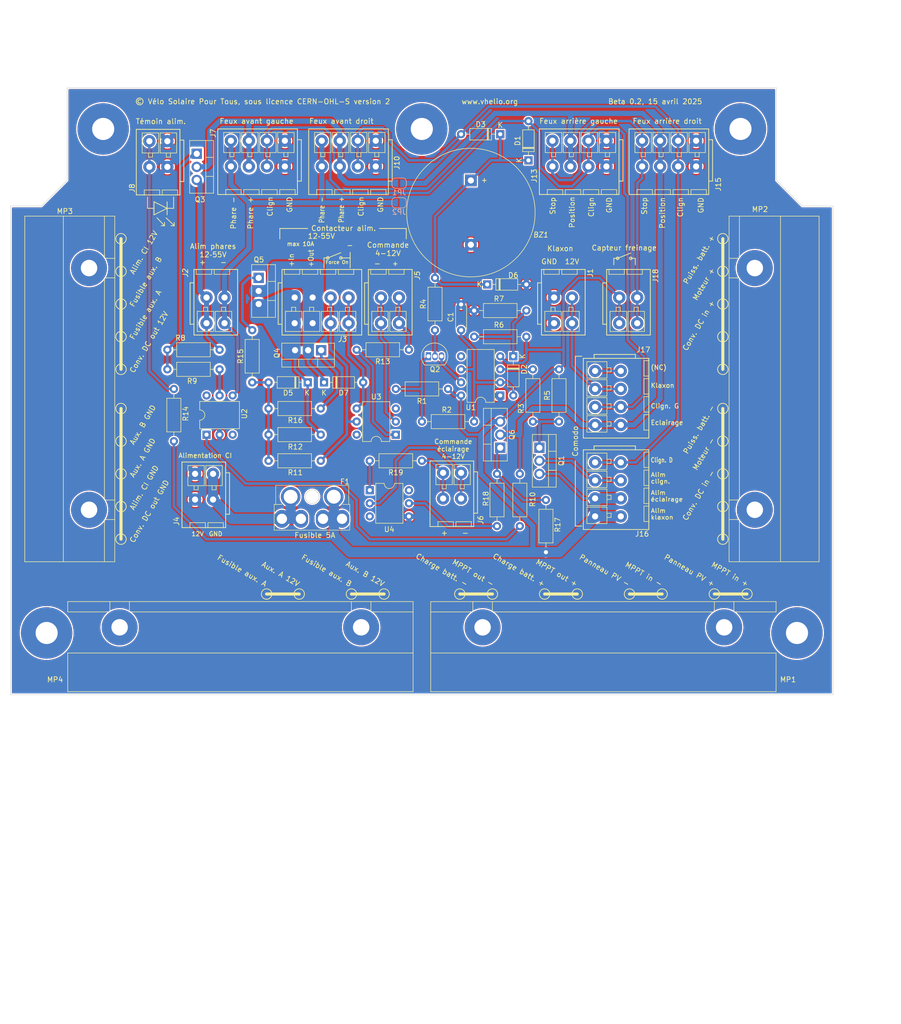
<source format=kicad_pcb>
(kicad_pcb (version 20211014) (generator pcbnew)

  (general
    (thickness 1.6)
  )

  (paper "A4")
  (layers
    (0 "F.Cu" signal)
    (31 "B.Cu" signal)
    (32 "B.Adhes" user "B.Adhesive")
    (33 "F.Adhes" user "F.Adhesive")
    (34 "B.Paste" user)
    (35 "F.Paste" user)
    (36 "B.SilkS" user "B.Silkscreen")
    (37 "F.SilkS" user "F.Silkscreen")
    (38 "B.Mask" user)
    (39 "F.Mask" user)
    (40 "Dwgs.User" user "User.Drawings")
    (41 "Cmts.User" user "User.Comments")
    (42 "Eco1.User" user "User.Eco1")
    (43 "Eco2.User" user "User.Eco2")
    (44 "Edge.Cuts" user)
    (45 "Margin" user)
    (46 "B.CrtYd" user "B.Courtyard")
    (47 "F.CrtYd" user "F.Courtyard")
    (48 "B.Fab" user)
    (49 "F.Fab" user)
    (50 "User.1" user)
    (51 "User.2" user)
    (52 "User.3" user)
    (53 "User.4" user)
    (54 "User.5" user)
    (55 "User.6" user)
    (56 "User.7" user)
    (57 "User.8" user)
    (58 "User.9" user)
  )

  (setup
    (stackup
      (layer "F.SilkS" (type "Top Silk Screen"))
      (layer "F.Paste" (type "Top Solder Paste"))
      (layer "F.Mask" (type "Top Solder Mask") (thickness 0.01))
      (layer "F.Cu" (type "copper") (thickness 0.035))
      (layer "dielectric 1" (type "core") (thickness 1.51) (material "FR4") (epsilon_r 4.5) (loss_tangent 0.02))
      (layer "B.Cu" (type "copper") (thickness 0.035))
      (layer "B.Mask" (type "Bottom Solder Mask") (thickness 0.01))
      (layer "B.Paste" (type "Bottom Solder Paste"))
      (layer "B.SilkS" (type "Bottom Silk Screen"))
      (copper_finish "None")
      (dielectric_constraints no)
    )
    (pad_to_mask_clearance 0)
    (pcbplotparams
      (layerselection 0x00010e0_ffffffff)
      (disableapertmacros false)
      (usegerberextensions false)
      (usegerberattributes true)
      (usegerberadvancedattributes true)
      (creategerberjobfile true)
      (svguseinch false)
      (svgprecision 6)
      (excludeedgelayer true)
      (plotframeref false)
      (viasonmask false)
      (mode 1)
      (useauxorigin false)
      (hpglpennumber 1)
      (hpglpenspeed 20)
      (hpglpendiameter 15.000000)
      (dxfpolygonmode true)
      (dxfimperialunits true)
      (dxfusepcbnewfont true)
      (psnegative false)
      (psa4output false)
      (plotreference true)
      (plotvalue true)
      (plotinvisibletext false)
      (sketchpadsonfab false)
      (subtractmaskfromsilk false)
      (outputformat 1)
      (mirror false)
      (drillshape 0)
      (scaleselection 1)
      (outputdirectory "")
    )
  )

  (net 0 "")
  (net 1 "GND")
  (net 2 "Net-(F1-Pad2)")
  (net 3 "Net-(D1-Pad2)")
  (net 4 "Net-(D3-Pad2)")
  (net 5 "/Phares")
  (net 6 "Net-(J13-Pad4)")
  (net 7 "Net-(J1-Pad2)")
  (net 8 "/Flasher/Out")
  (net 9 "unconnected-(J17-Pad1)")
  (net 10 "/12V_5A")
  (net 11 "/Flasher/Enable")
  (net 12 "/Contacteur Phares/Input")
  (net 13 "/Contacteur Phares/GND")
  (net 14 "/Contacteur Phares/Output")
  (net 15 "Net-(D4-Pad2)")
  (net 16 "/Conv12V_In.Vbatt")
  (net 17 "/Contacteur alim./Input")
  (net 18 "/Contacteur alim./SW_On")
  (net 19 "/Contacteur alim./GND")
  (net 20 "/Contacteur alim./Cmd_GND")
  (net 21 "/Contacteur alim./Cmd_On")
  (net 22 "/Contacteur Eclairage/Cmd_On")
  (net 23 "/Contacteur Eclairage/Cmd_GND")
  (net 24 "Net-(Q4-Pad1)")
  (net 25 "Net-(Q5-Pad1)")
  (net 26 "Net-(C1-Pad1)")
  (net 27 "Net-(D2-Pad1)")
  (net 28 "Net-(D5-Pad2)")
  (net 29 "Net-(Q1-Pad1)")
  (net 30 "Net-(Q2-Pad1)")
  (net 31 "Net-(Q2-Pad2)")
  (net 32 "Net-(Q2-Pad3)")
  (net 33 "Net-(Q3-Pad1)")
  (net 34 "Net-(Q6-Pad1)")
  (net 35 "Net-(R3-Pad1)")
  (net 36 "Net-(R9-Pad2)")
  (net 37 "Net-(R10-Pad1)")
  (net 38 "Net-(R13-Pad1)")
  (net 39 "Net-(R18-Pad2)")
  (net 40 "Net-(R19-Pad1)")
  (net 41 "unconnected-(U1-Pad5)")
  (net 42 "unconnected-(U2-Pad3)")
  (net 43 "unconnected-(U2-Pad6)")
  (net 44 "unconnected-(U3-Pad3)")
  (net 45 "unconnected-(U3-Pad6)")
  (net 46 "unconnected-(U4-Pad3)")
  (net 47 "unconnected-(U4-Pad6)")

  (footprint "circuit:Wago_221-500_SplicingConnectorHolder" (layer "F.Cu") (at 95.25 82.55 90))

  (footprint "circuit:MountingHole_5mm" (layer "F.Cu") (at 87 130))

  (footprint "Resistor_THT:R_Axial_DIN0207_L6.3mm_D2.5mm_P10.16mm_Horizontal" (layer "F.Cu") (at 147.32 74.93))

  (footprint "circuit:Buzzer_25x16_12.5" (layer "F.Cu") (at 169.545 42.01 -90))

  (footprint "Diode_THT:D_DO-35_SOD27_P7.62mm_Horizontal" (layer "F.Cu") (at 140.97 81.28))

  (footprint "Resistor_THT:R_Axial_DIN0207_L6.3mm_D2.5mm_P10.16mm_Horizontal" (layer "F.Cu") (at 174.625 99.06 -90))

  (footprint "Resistor_THT:R_Axial_DIN0207_L6.3mm_D2.5mm_P10.16mm_Horizontal" (layer "F.Cu") (at 180.34 72.39 180))

  (footprint "circuit:TO-220-3_Vertical" (layer "F.Cu") (at 140.415001 75.02 180))

  (footprint "circuit:Generic_FuseHolder_MINI" (layer "F.Cu") (at 144.475 107.805 180))

  (footprint "Resistor_THT:R_Axial_DIN0207_L6.3mm_D2.5mm_P10.16mm_Horizontal" (layer "F.Cu") (at 165.1 82.55 180))

  (footprint "Package_DIP:DIP-8_W7.62mm" (layer "F.Cu") (at 175.26 83.82 180))

  (footprint "circuit:TerminalBlock_Wago_2601-3102_1x02_P3.50mm_Vertical" (layer "F.Cu") (at 119.38 104.06 180))

  (footprint "Resistor_THT:R_Axial_DIN0207_L6.3mm_D2.5mm_P10.16mm_Horizontal" (layer "F.Cu") (at 160.02 88.9))

  (footprint "Resistor_THT:R_Axial_DIN0207_L6.3mm_D2.5mm_P10.16mm_Horizontal" (layer "F.Cu") (at 179.07 109.22 90))

  (footprint "circuit:MountingHole_5mm" (layer "F.Cu") (at 98 32))

  (footprint "circuit:TerminalBlock_Wago_2601-3104_1x04_P3.50mm_Vertical" (layer "F.Cu") (at 195.920004 39.29 180))

  (footprint "circuit:TO-220-3_Vertical" (layer "F.Cu") (at 182.88 93.98 -90))

  (footprint "Resistor_THT:R_Axial_DIN0207_L6.3mm_D2.5mm_P10.16mm_Horizontal" (layer "F.Cu") (at 110.49 78.74))

  (footprint "Diode_THT:D_DO-35_SOD27_P7.62mm_Horizontal" (layer "F.Cu") (at 137.795 81.28 180))

  (footprint "circuit:TerminalBlock_Wago_2601-3104_1x04_P3.50mm_Vertical" (layer "F.Cu") (at 213.370004 39.29 180))

  (footprint "circuit:TO-92L_Inline" (layer "F.Cu") (at 161.29 76.2))

  (footprint "circuit:MountingHole_5mm" (layer "F.Cu") (at 222 32))

  (footprint "Resistor_THT:R_Axial_DIN0207_L6.3mm_D2.5mm_P10.16mm_Horizontal" (layer "F.Cu") (at 130.175 86.36))

  (footprint "circuit:TerminalBlock_Wago_2601-3104_1x04_P3.50mm_Vertical" (layer "F.Cu") (at 133.35 39.29 180))

  (footprint "Diode_THT:D_DO-35_SOD27_P7.62mm_Horizontal" (layer "F.Cu") (at 175.26 33.02 180))

  (footprint "Resistor_THT:R_Axial_DIN0207_L6.3mm_D2.5mm_P10.16mm_Horizontal" (layer "F.Cu") (at 111.76 82.55 -90))

  (footprint "Diode_THT:D_DO-35_SOD27_P7.62mm_Horizontal" (layer "F.Cu") (at 177.8 76.2 -90))

  (footprint "Resistor_THT:R_Axial_DIN0207_L6.3mm_D2.5mm_P10.16mm_Horizontal" (layer "F.Cu") (at 181.61 78.74 -90))

  (footprint "Capacitor_THT:C_Disc_D4.3mm_W1.9mm_P5.00mm" (layer "F.Cu") (at 167.64 71.12 90))

  (footprint "Resistor_THT:R_Axial_DIN0207_L6.3mm_D2.5mm_P10.16mm_Horizontal" (layer "F.Cu") (at 162.56 71.12 90))

  (footprint "circuit:TerminalBlock_Wago_2601-3102_1x02_P3.50mm_Vertical" (layer "F.Cu") (at 152.055 64.77))

  (footprint "Diode_THT:D_DO-35_SOD27_P7.62mm_Horizontal" (layer "F.Cu") (at 180.75 38.1 90))

  (footprint "circuit:TerminalBlock_Wago_2601-3104_1x04_P3.50mm_Vertical" (layer "F.Cu") (at 198.7161 96.829996 -90))

  (footprint "circuit:TO-220-3_Vertical" (layer "F.Cu") (at 116.205 36.83 -90))

  (footprint "Diode_THT:D_DO-35_SOD27_P7.62mm_Horizontal" (layer "F.Cu") (at 172.72 62.23))

  (footprint "circuit:TerminalBlock_Wago_2601-3104_1x04_P3.50mm_Vertical" (layer "F.Cu") (at 135.255 64.77))

  (footprint "circuit:Wago_221-500_SplicingConnectorHolder" (layer "F.Cu") (at 224.79 82.55 -90))

  (footprint "Package_DIP:DIP-6_W7.62mm" (layer "F.Cu")
    (tedit 5A02E8C5) (tstamp a3295dd2-bf6e-4025-9024-009ed3bba032)
    (at 154.94 91.44 180)
    (descr "6-lead though-hole mounted DIP package, row spacing 7.62 mm (300 mils)")
    (tags "THT DIP DIL PDIP 2.54mm 7.62mm 300mil")
    (property "Sheetfile" "Contacteur_55V_10A.kicad_sch")
    (property "Sheetname" "Contacteur alim.")
    (path "/059e4f39-f011-40d9-a734-408cd707378c/67d87ffd-55c0-4394-8f74-81d5dd1cc82f")
    (attr through_hole)
    (fp_text reference "U3" (at 3.81 7.366) (layer "F.SilkS")
      (effects (font (size 1 1) (thickness 0.15)))
      (tstamp de31ce1c-d358-46c6-bb41-fdc7f0f220cb)
    )
    (fp_text value "4N35" (at 3.81 7.41) (layer "F.Fab")
      (effects (font (size 1 1) (thickness 0.15)))
      (tstamp 4d151416-fe5a-414f-9240-517c5bdfc4fd)
    )
    (fp_text user "${REFERENCE}" (at 3.81 2.54) (layer "F.Fab")
      (effects (font (size 1 1) (thickness 0.15)))
      (tstamp a58977ee-38c1-432b-a83b-812d62b6a3a2)
    )
    (fp_line (start 1.16 6.41) (end 6.46 6.41) (layer "F.SilkS") (width 0.12) (tstamp 0b387244-9549-49c2-b92e-e7ae785bfadb))
    (fp_line (start 6.46 6.41) (end 6.46 -1.33) (layer "F.SilkS") (width 0.12) (tstamp 69931fc4-2550-427f-8a9e-25e1bf4a3c9a))
    (fp_line (start 2.81 -1.33) (end 1.16 -1.33) (layer "F.SilkS") (width 0.12) (tstamp a4bf8c12-9146-4788-9c53-3ce8229f3246))
    (fp_line (start 6.46 -1.33) (end 4.81 -1.33) (layer "F.SilkS") (width 0.12) (tstamp ded6c766-d7bc-4521-ae09-2159065d8fbe))
    (fp_line (start 1.16 -1.33) (end 1.16 6.41) (layer "F.SilkS") (width 0.12) (tstamp fffc3c57-8b8a-40a0-8b58-aeaee8d857db))
    (fp_arc (start 4.81 -1.33) (mid 3.81 -0.33) (end 2.81 -1.33) (layer "F.SilkS") (width 0.12) (tstamp 74179870-23a2-49d6-b054-b4c3652e0582))
    (fp_line (start 8.7 -1.55) (end -1.1 -1.55) (layer "F.CrtYd") (width 0.05) (tstamp 2e678d30-e583-4aea-a983-57cdaf515294))
    (fp_line (start -1.1 -1.55) (end -1.1 6.6) (layer "F.CrtYd") (width 0.05) (tstamp 64914206-b568-406c-b730-7bc85ca459bf))
    (fp_line (start -1.1 6.6) (end 8.7 6.6) (layer "F.CrtYd") (width 0.05) (tstamp 80c29232-0e5c-4bf8-aeb8-89c53e7f50ab))
    (fp_line (start 8.7 6.6) (end 8.7 -1.55) (layer "F.CrtYd") (width 0.05) (tstamp 831663a9-9d2f-49dc-9245-af34a5afa5c6))
    (fp_line (start 0.635 -0.27) (end 1.635 -1.27) (layer "F.Fab") (width 0.1) (tstamp 9aa8a48d-19ab-4e4b-9f55-e9fba4e3f742))
    (fp_line (start 1.635 -1.27) (end 6.985 -1.27) (layer "F.Fab") (width 0.1) (tstamp c317d920-38a8-4a7c-82fb-81cf1f38290e))
    (fp_line (start 6.985 -1.27) (end 6.985 6.35) (layer "F.Fab") (width 0.1) (tstamp d1811c4c-7321-411b-8da5-77b6f10661ea))
    (fp_line (start 0.635 6.35) (end 0.635 -0.27) (layer "F.Fab") (width 0.1) (tstamp e3126780-714c-44f6-b815-81ca1eb01cbb))
    (fp_line (start 6.985 6.35) (end 0.635 6.35) (layer "F.Fab") (width 0.1) (tstamp f3dfb22b-8295-49a2-b400-c208a1b79a6d))
    (pad "1" thru_hole rect (at 0 0 180) (size 1.6 1.6) (drill 0.8) (layers *.Cu *.Mask)
      (net 38 "Net-(R13-Pad1)") (pintype "passive") (tstamp b65175ed-3726-486b-937f-0f1ccba9392b))
    (pad "2" thru_hole oval (at 0 2.54 180) (size 1.6 1.6) (drill 0.8) (layers *.Cu *.Mask)
      (net 20 "/Contacteur alim./Cmd_GND") (pintype "passive") (tstamp 2c797bf4-0767-4b57-b862-07b247fd80d9))
    (pad "3" thru_hole oval (at 0 5.08 180) (size 1.6 1.6) (drill 0.8) (layers *.Cu *.Mask)
      (net 44 "unconnected-(U3-Pad3)") (pinfunction "NC") (pintype "no_connect") (tstamp 7f5a751d-7b3c-4065-b286-cfa5cf996483))
    (pad "4" thru_hole oval (at 7.62 5.08 180) (size 1.6 1.6) (drill 0.8) (layers *
... [1692524 chars truncated]
</source>
